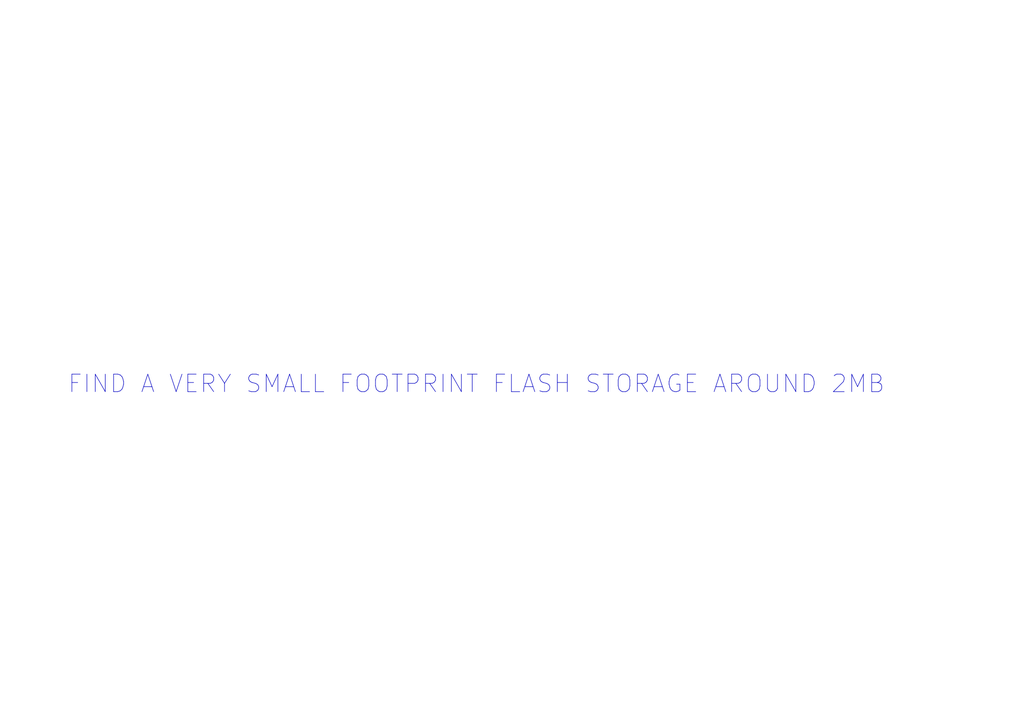
<source format=kicad_sch>
(kicad_sch
	(version 20231120)
	(generator "eeschema")
	(generator_version "8.0")
	(uuid "1e624a3c-6399-432b-bb5c-f0c07a3613de")
	(paper "A4")
	(lib_symbols)
	(text "FIND A VERY SMALL FOOTPRINT FLASH STORAGE AROUND 2MB"
		(exclude_from_sim no)
		(at 138.176 111.506 0)
		(effects
			(font
				(size 5.08 5.08)
			)
		)
		(uuid "63d6d22f-eb6e-42c3-b1e2-c864d0b01e24")
	)
)

</source>
